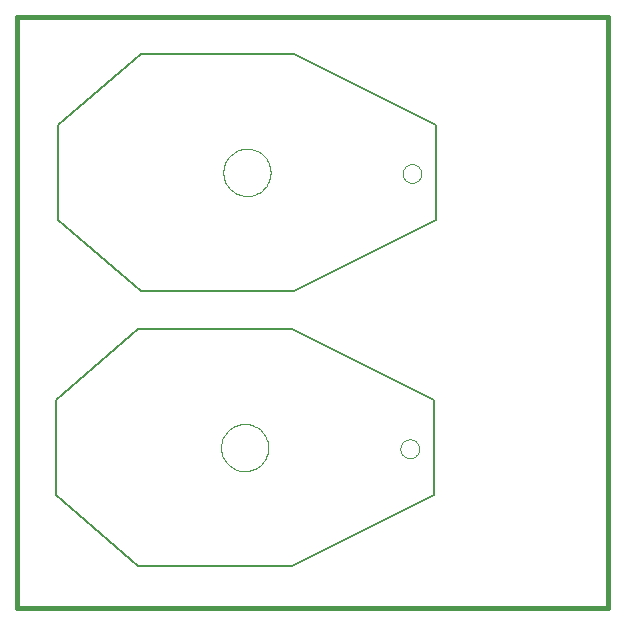
<source format=gbo>
G75*
G70*
%OFA0B0*%
%FSLAX24Y24*%
%IPPOS*%
%LPD*%
%AMOC8*
5,1,8,0,0,1.08239X$1,22.5*
%
%ADD10C,0.0050*%
%ADD11C,0.0000*%
%ADD12C,0.0160*%
D10*
X001459Y003942D02*
X001459Y007092D01*
X004215Y009454D01*
X009333Y009454D01*
X014057Y007092D01*
X014057Y003942D01*
X009333Y001580D01*
X004215Y001580D01*
X001459Y003942D01*
X004293Y010753D02*
X009411Y010753D01*
X014136Y013115D01*
X014136Y016265D01*
X009411Y018627D01*
X004293Y018627D01*
X001537Y016265D01*
X001537Y013115D01*
X004293Y010753D01*
D11*
X007050Y014690D02*
X007052Y014746D01*
X007058Y014801D01*
X007068Y014855D01*
X007081Y014909D01*
X007099Y014962D01*
X007120Y015013D01*
X007144Y015063D01*
X007172Y015111D01*
X007204Y015157D01*
X007238Y015201D01*
X007276Y015242D01*
X007316Y015280D01*
X007359Y015315D01*
X007404Y015347D01*
X007452Y015376D01*
X007501Y015402D01*
X007552Y015424D01*
X007604Y015442D01*
X007658Y015456D01*
X007713Y015467D01*
X007768Y015474D01*
X007823Y015477D01*
X007879Y015476D01*
X007934Y015471D01*
X007989Y015462D01*
X008043Y015450D01*
X008096Y015433D01*
X008148Y015413D01*
X008198Y015389D01*
X008246Y015362D01*
X008293Y015332D01*
X008337Y015298D01*
X008379Y015261D01*
X008417Y015221D01*
X008454Y015179D01*
X008487Y015134D01*
X008516Y015088D01*
X008543Y015039D01*
X008565Y014988D01*
X008585Y014936D01*
X008600Y014882D01*
X008612Y014828D01*
X008620Y014773D01*
X008624Y014718D01*
X008624Y014662D01*
X008620Y014607D01*
X008612Y014552D01*
X008600Y014498D01*
X008585Y014444D01*
X008565Y014392D01*
X008543Y014341D01*
X008516Y014292D01*
X008487Y014246D01*
X008454Y014201D01*
X008417Y014159D01*
X008379Y014119D01*
X008337Y014082D01*
X008293Y014048D01*
X008246Y014018D01*
X008198Y013991D01*
X008148Y013967D01*
X008096Y013947D01*
X008043Y013930D01*
X007989Y013918D01*
X007934Y013909D01*
X007879Y013904D01*
X007823Y013903D01*
X007768Y013906D01*
X007713Y013913D01*
X007658Y013924D01*
X007604Y013938D01*
X007552Y013956D01*
X007501Y013978D01*
X007452Y014004D01*
X007404Y014033D01*
X007359Y014065D01*
X007316Y014100D01*
X007276Y014138D01*
X007238Y014179D01*
X007204Y014223D01*
X007172Y014269D01*
X007144Y014317D01*
X007120Y014367D01*
X007099Y014418D01*
X007081Y014471D01*
X007068Y014525D01*
X007058Y014579D01*
X007052Y014634D01*
X007050Y014690D01*
X013024Y014653D02*
X013026Y014688D01*
X013032Y014723D01*
X013042Y014756D01*
X013055Y014789D01*
X013072Y014820D01*
X013092Y014848D01*
X013116Y014874D01*
X013142Y014898D01*
X013170Y014918D01*
X013201Y014935D01*
X013234Y014948D01*
X013267Y014958D01*
X013302Y014964D01*
X013337Y014966D01*
X013372Y014964D01*
X013407Y014958D01*
X013440Y014948D01*
X013473Y014935D01*
X013504Y014918D01*
X013532Y014898D01*
X013558Y014874D01*
X013582Y014848D01*
X013602Y014820D01*
X013619Y014789D01*
X013632Y014756D01*
X013642Y014723D01*
X013648Y014688D01*
X013650Y014653D01*
X013648Y014618D01*
X013642Y014583D01*
X013632Y014550D01*
X013619Y014517D01*
X013602Y014486D01*
X013582Y014458D01*
X013558Y014432D01*
X013532Y014408D01*
X013504Y014388D01*
X013473Y014371D01*
X013440Y014358D01*
X013407Y014348D01*
X013372Y014342D01*
X013337Y014340D01*
X013302Y014342D01*
X013267Y014348D01*
X013234Y014358D01*
X013201Y014371D01*
X013170Y014388D01*
X013142Y014408D01*
X013116Y014432D01*
X013092Y014458D01*
X013072Y014486D01*
X013055Y014517D01*
X013042Y014550D01*
X013032Y014583D01*
X013026Y014618D01*
X013024Y014653D01*
X012946Y005480D02*
X012948Y005515D01*
X012954Y005550D01*
X012964Y005583D01*
X012977Y005616D01*
X012994Y005647D01*
X013014Y005675D01*
X013038Y005701D01*
X013064Y005725D01*
X013092Y005745D01*
X013123Y005762D01*
X013156Y005775D01*
X013189Y005785D01*
X013224Y005791D01*
X013259Y005793D01*
X013294Y005791D01*
X013329Y005785D01*
X013362Y005775D01*
X013395Y005762D01*
X013426Y005745D01*
X013454Y005725D01*
X013480Y005701D01*
X013504Y005675D01*
X013524Y005647D01*
X013541Y005616D01*
X013554Y005583D01*
X013564Y005550D01*
X013570Y005515D01*
X013572Y005480D01*
X013570Y005445D01*
X013564Y005410D01*
X013554Y005377D01*
X013541Y005344D01*
X013524Y005313D01*
X013504Y005285D01*
X013480Y005259D01*
X013454Y005235D01*
X013426Y005215D01*
X013395Y005198D01*
X013362Y005185D01*
X013329Y005175D01*
X013294Y005169D01*
X013259Y005167D01*
X013224Y005169D01*
X013189Y005175D01*
X013156Y005185D01*
X013123Y005198D01*
X013092Y005215D01*
X013064Y005235D01*
X013038Y005259D01*
X013014Y005285D01*
X012994Y005313D01*
X012977Y005344D01*
X012964Y005377D01*
X012954Y005410D01*
X012948Y005445D01*
X012946Y005480D01*
X006971Y005517D02*
X006973Y005573D01*
X006979Y005628D01*
X006989Y005682D01*
X007002Y005736D01*
X007020Y005789D01*
X007041Y005840D01*
X007065Y005890D01*
X007093Y005938D01*
X007125Y005984D01*
X007159Y006028D01*
X007197Y006069D01*
X007237Y006107D01*
X007280Y006142D01*
X007325Y006174D01*
X007373Y006203D01*
X007422Y006229D01*
X007473Y006251D01*
X007525Y006269D01*
X007579Y006283D01*
X007634Y006294D01*
X007689Y006301D01*
X007744Y006304D01*
X007800Y006303D01*
X007855Y006298D01*
X007910Y006289D01*
X007964Y006277D01*
X008017Y006260D01*
X008069Y006240D01*
X008119Y006216D01*
X008167Y006189D01*
X008214Y006159D01*
X008258Y006125D01*
X008300Y006088D01*
X008338Y006048D01*
X008375Y006006D01*
X008408Y005961D01*
X008437Y005915D01*
X008464Y005866D01*
X008486Y005815D01*
X008506Y005763D01*
X008521Y005709D01*
X008533Y005655D01*
X008541Y005600D01*
X008545Y005545D01*
X008545Y005489D01*
X008541Y005434D01*
X008533Y005379D01*
X008521Y005325D01*
X008506Y005271D01*
X008486Y005219D01*
X008464Y005168D01*
X008437Y005119D01*
X008408Y005073D01*
X008375Y005028D01*
X008338Y004986D01*
X008300Y004946D01*
X008258Y004909D01*
X008214Y004875D01*
X008167Y004845D01*
X008119Y004818D01*
X008069Y004794D01*
X008017Y004774D01*
X007964Y004757D01*
X007910Y004745D01*
X007855Y004736D01*
X007800Y004731D01*
X007744Y004730D01*
X007689Y004733D01*
X007634Y004740D01*
X007579Y004751D01*
X007525Y004765D01*
X007473Y004783D01*
X007422Y004805D01*
X007373Y004831D01*
X007325Y004860D01*
X007280Y004892D01*
X007237Y004927D01*
X007197Y004965D01*
X007159Y005006D01*
X007125Y005050D01*
X007093Y005096D01*
X007065Y005144D01*
X007041Y005194D01*
X007020Y005245D01*
X007002Y005298D01*
X006989Y005352D01*
X006979Y005406D01*
X006973Y005461D01*
X006971Y005517D01*
D12*
X000180Y000180D02*
X000180Y019865D01*
X019865Y019865D01*
X019865Y000180D01*
X000180Y000180D01*
M02*

</source>
